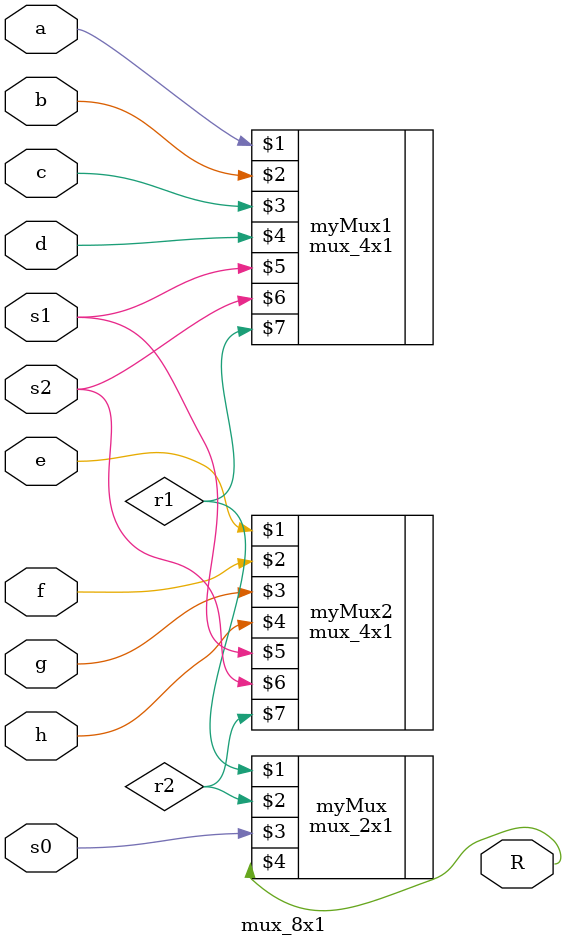
<source format=v>
module mux_8x1(a, b, c, d, e, f, g, h, s0, s1, s2, R);
input a, b, c, d, e, f, g, h, s0, s1, s2;
output R;

wire r1, r2;

mux_4x1 myMux1(a, b, c, d, s1, s2, r1);
mux_4x1 myMux2(e, f, g, h, s1, s2, r2);

mux_2x1 myMux(r1, r2, s0, R);

endmodule

</source>
